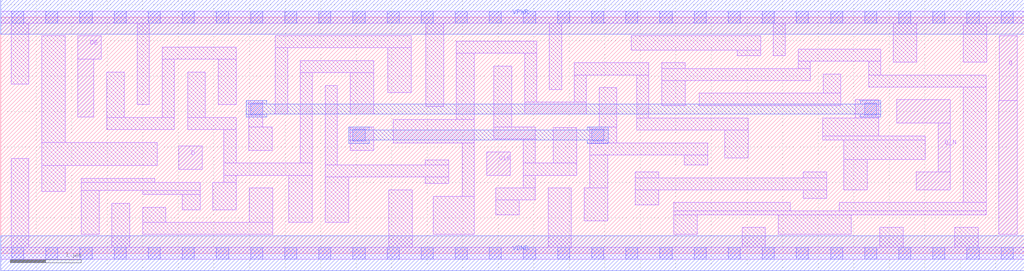
<source format=lef>
# Copyright 2020 The SkyWater PDK Authors
#
# Licensed under the Apache License, Version 2.0 (the "License");
# you may not use this file except in compliance with the License.
# You may obtain a copy of the License at
#
#     https://www.apache.org/licenses/LICENSE-2.0
#
# Unless required by applicable law or agreed to in writing, software
# distributed under the License is distributed on an "AS IS" BASIS,
# WITHOUT WARRANTIES OR CONDITIONS OF ANY KIND, either express or implied.
# See the License for the specific language governing permissions and
# limitations under the License.
#
# SPDX-License-Identifier: Apache-2.0

VERSION 5.7 ;
  NAMESCASESENSITIVE ON ;
  NOWIREEXTENSIONATPIN ON ;
  DIVIDERCHAR "/" ;
  BUSBITCHARS "[]" ;
UNITS
  DATABASE MICRONS 200 ;
END UNITS
MACRO sky130_fd_sc_lp__edfxbp_1
  CLASS CORE ;
  SOURCE USER ;
  FOREIGN sky130_fd_sc_lp__edfxbp_1 ;
  ORIGIN  0.000000  0.000000 ;
  SIZE  14.40000 BY  3.330000 ;
  SYMMETRY X Y R90 ;
  SITE unit ;
  PIN D
    ANTENNAGATEAREA  0.126000 ;
    DIRECTION INPUT ;
    USE SIGNAL ;
    PORT
      LAYER li1 ;
        RECT 2.505000 1.180000 2.835000 1.510000 ;
    END
  END D
  PIN DE
    ANTENNAGATEAREA  0.285000 ;
    DIRECTION INPUT ;
    USE SIGNAL ;
    PORT
      LAYER li1 ;
        RECT 1.085000 1.920000 1.310000 2.735000 ;
        RECT 1.085000 2.735000 1.415000 3.065000 ;
    END
  END DE
  PIN Q
    ANTENNADIFFAREA  0.571200 ;
    DIRECTION OUTPUT ;
    USE SIGNAL ;
    PORT
      LAYER li1 ;
        RECT 14.045000 0.265000 14.300000 2.150000 ;
        RECT 14.050000 2.150000 14.300000 3.065000 ;
    END
  END Q
  PIN Q_N
    ANTENNADIFFAREA  0.583800 ;
    DIRECTION OUTPUT ;
    USE SIGNAL ;
    PORT
      LAYER li1 ;
        RECT 12.605000 1.835000 13.360000 2.165000 ;
        RECT 12.880000 0.895000 13.360000 1.145000 ;
        RECT 13.190000 1.145000 13.360000 1.835000 ;
    END
  END Q_N
  PIN CLK
    ANTENNAGATEAREA  0.159000 ;
    DIRECTION INPUT ;
    USE CLOCK ;
    PORT
      LAYER li1 ;
        RECT 6.840000 1.100000 7.170000 1.430000 ;
    END
  END CLK
  PIN VGND
    DIRECTION INOUT ;
    USE GROUND ;
    PORT
      LAYER met1 ;
        RECT 0.000000 -0.245000 14.400000 0.245000 ;
    END
  END VGND
  PIN VPWR
    DIRECTION INOUT ;
    USE POWER ;
    PORT
      LAYER met1 ;
        RECT 0.000000 3.085000 14.400000 3.575000 ;
    END
  END VPWR
  OBS
    LAYER li1 ;
      RECT  0.000000 -0.085000 14.400000 0.085000 ;
      RECT  0.000000  3.245000 14.400000 3.415000 ;
      RECT  0.145000  0.085000  0.395000 1.335000 ;
      RECT  0.145000  2.385000  0.395000 3.245000 ;
      RECT  0.575000  0.875000  0.905000 1.235000 ;
      RECT  0.575000  1.235000  2.200000 1.565000 ;
      RECT  0.575000  1.565000  0.905000 3.065000 ;
      RECT  1.135000  0.265000  1.385000 0.885000 ;
      RECT  1.135000  0.885000  2.805000 1.000000 ;
      RECT  1.135000  1.000000  2.165000 1.055000 ;
      RECT  1.490000  1.745000  2.440000 1.915000 ;
      RECT  1.490000  1.915000  1.740000 2.555000 ;
      RECT  1.565000  0.085000  1.815000 0.705000 ;
      RECT  1.920000  2.095000  2.090000 3.245000 ;
      RECT  1.995000  0.265000  3.825000 0.435000 ;
      RECT  1.995000  0.435000  2.325000 0.650000 ;
      RECT  1.995000  0.830000  2.805000 0.885000 ;
      RECT  2.270000  1.915000  2.440000 2.735000 ;
      RECT  2.270000  2.735000  3.310000 2.905000 ;
      RECT  2.555000  0.615000  2.805000 0.830000 ;
      RECT  2.630000  1.745000  3.310000 1.915000 ;
      RECT  2.630000  1.915000  2.880000 2.555000 ;
      RECT  2.985000  0.615000  3.315000 1.000000 ;
      RECT  3.060000  2.095000  3.310000 2.735000 ;
      RECT  3.140000  1.000000  3.315000 1.100000 ;
      RECT  3.140000  1.100000  4.385000 1.270000 ;
      RECT  3.140000  1.270000  3.310000 1.745000 ;
      RECT  3.490000  1.450000  3.820000 1.780000 ;
      RECT  3.490000  1.780000  3.685000 2.150000 ;
      RECT  3.495000  0.435000  3.825000 0.920000 ;
      RECT  3.865000  1.960000  4.035000 2.895000 ;
      RECT  3.865000  2.895000  5.775000 3.065000 ;
      RECT  4.055000  0.435000  4.385000 1.100000 ;
      RECT  4.215000  1.270000  4.385000 2.545000 ;
      RECT  4.215000  2.545000  5.245000 2.715000 ;
      RECT  4.565000  0.435000  4.895000 1.075000 ;
      RECT  4.565000  1.075000  6.300000 1.245000 ;
      RECT  4.565000  1.245000  4.735000 2.365000 ;
      RECT  4.915000  1.450000  5.245000 1.780000 ;
      RECT  4.915000  1.960000  5.245000 2.545000 ;
      RECT  5.445000  2.265000  5.775000 2.895000 ;
      RECT  5.460000  0.085000  5.790000 0.895000 ;
      RECT  5.520000  1.555000  6.660000 1.885000 ;
      RECT  5.970000  0.985000  6.300000 1.075000 ;
      RECT  5.970000  1.245000  6.300000 1.315000 ;
      RECT  5.980000  2.065000  6.230000 3.245000 ;
      RECT  6.085000  0.265000  6.660000 0.805000 ;
      RECT  6.410000  1.885000  6.660000 2.820000 ;
      RECT  6.410000  2.820000  7.540000 2.990000 ;
      RECT  6.490000  0.805000  6.660000 1.555000 ;
      RECT  6.940000  1.610000  7.520000 1.780000 ;
      RECT  6.940000  1.780000  7.190000 2.640000 ;
      RECT  6.965000  0.540000  7.295000 0.750000 ;
      RECT  6.965000  0.750000  7.520000 0.920000 ;
      RECT  7.350000  0.920000  7.520000 1.100000 ;
      RECT  7.350000  1.100000  8.105000 1.270000 ;
      RECT  7.350000  1.270000  7.520000 1.610000 ;
      RECT  7.370000  1.960000  8.240000 2.130000 ;
      RECT  7.370000  2.130000  7.540000 2.820000 ;
      RECT  7.700000  0.085000  8.030000 0.920000 ;
      RECT  7.720000  2.310000  7.890000 3.245000 ;
      RECT  7.775000  1.270000  8.105000 1.770000 ;
      RECT  8.070000  2.130000  8.240000 2.515000 ;
      RECT  8.070000  2.515000  9.120000 2.685000 ;
      RECT  8.210000  0.460000  8.540000 0.920000 ;
      RECT  8.285000  0.920000  8.540000 1.385000 ;
      RECT  8.285000  1.385000  9.950000 1.555000 ;
      RECT  8.285000  1.555000  8.670000 1.780000 ;
      RECT  8.420000  1.780000  8.670000 2.335000 ;
      RECT  8.870000  2.865000 10.690000 3.065000 ;
      RECT  8.925000  0.685000  9.255000 0.895000 ;
      RECT  8.925000  0.895000 11.620000 1.065000 ;
      RECT  8.925000  1.065000  9.255000 1.145000 ;
      RECT  8.950000  1.735000 10.520000 1.905000 ;
      RECT  8.950000  1.905000  9.120000 2.515000 ;
      RECT  9.300000  2.085000  9.630000 2.435000 ;
      RECT  9.300000  2.435000 11.390000 2.605000 ;
      RECT  9.300000  2.605000  9.630000 2.685000 ;
      RECT  9.470000  0.265000  9.800000 0.545000 ;
      RECT  9.470000  0.545000 13.865000 0.595000 ;
      RECT  9.470000  0.595000 11.110000 0.715000 ;
      RECT  9.620000  1.245000  9.950000 1.385000 ;
      RECT  9.830000  2.085000 11.820000 2.255000 ;
      RECT 10.190000  1.345000 10.520000 1.735000 ;
      RECT 10.360000  2.785000 10.690000 2.865000 ;
      RECT 10.430000  0.085000 10.760000 0.365000 ;
      RECT 10.870000  2.785000 11.040000 3.245000 ;
      RECT 10.940000  0.265000 11.970000 0.545000 ;
      RECT 11.220000  2.605000 11.390000 2.705000 ;
      RECT 11.220000  2.705000 12.380000 2.875000 ;
      RECT 11.290000  0.775000 11.620000 0.895000 ;
      RECT 11.290000  1.065000 11.620000 1.145000 ;
      RECT 11.565000  1.595000 13.010000 1.655000 ;
      RECT 11.565000  1.655000 12.355000 1.905000 ;
      RECT 11.570000  2.255000 11.820000 2.525000 ;
      RECT 11.800000  0.595000 13.865000 0.715000 ;
      RECT 11.860000  0.895000 12.190000 1.325000 ;
      RECT 11.860000  1.325000 13.010000 1.595000 ;
      RECT 12.020000  1.905000 12.355000 2.165000 ;
      RECT 12.210000  2.345000 13.865000 2.515000 ;
      RECT 12.210000  2.515000 12.380000 2.705000 ;
      RECT 12.370000  0.085000 12.700000 0.365000 ;
      RECT 12.560000  2.695000 12.890000 3.245000 ;
      RECT 13.420000  0.085000 13.750000 0.365000 ;
      RECT 13.540000  0.715000 13.865000 2.345000 ;
      RECT 13.540000  2.695000 13.870000 3.245000 ;
    LAYER mcon ;
      RECT  0.155000 -0.085000  0.325000 0.085000 ;
      RECT  0.155000  3.245000  0.325000 3.415000 ;
      RECT  0.635000 -0.085000  0.805000 0.085000 ;
      RECT  0.635000  3.245000  0.805000 3.415000 ;
      RECT  1.115000 -0.085000  1.285000 0.085000 ;
      RECT  1.115000  3.245000  1.285000 3.415000 ;
      RECT  1.595000 -0.085000  1.765000 0.085000 ;
      RECT  1.595000  3.245000  1.765000 3.415000 ;
      RECT  2.075000 -0.085000  2.245000 0.085000 ;
      RECT  2.075000  3.245000  2.245000 3.415000 ;
      RECT  2.555000 -0.085000  2.725000 0.085000 ;
      RECT  2.555000  3.245000  2.725000 3.415000 ;
      RECT  3.035000 -0.085000  3.205000 0.085000 ;
      RECT  3.035000  3.245000  3.205000 3.415000 ;
      RECT  3.515000 -0.085000  3.685000 0.085000 ;
      RECT  3.515000  1.950000  3.685000 2.120000 ;
      RECT  3.515000  3.245000  3.685000 3.415000 ;
      RECT  3.995000 -0.085000  4.165000 0.085000 ;
      RECT  3.995000  3.245000  4.165000 3.415000 ;
      RECT  4.475000 -0.085000  4.645000 0.085000 ;
      RECT  4.475000  3.245000  4.645000 3.415000 ;
      RECT  4.955000 -0.085000  5.125000 0.085000 ;
      RECT  4.955000  1.580000  5.125000 1.750000 ;
      RECT  4.955000  3.245000  5.125000 3.415000 ;
      RECT  5.435000 -0.085000  5.605000 0.085000 ;
      RECT  5.435000  3.245000  5.605000 3.415000 ;
      RECT  5.915000 -0.085000  6.085000 0.085000 ;
      RECT  5.915000  3.245000  6.085000 3.415000 ;
      RECT  6.395000 -0.085000  6.565000 0.085000 ;
      RECT  6.395000  3.245000  6.565000 3.415000 ;
      RECT  6.875000 -0.085000  7.045000 0.085000 ;
      RECT  6.875000  3.245000  7.045000 3.415000 ;
      RECT  7.355000 -0.085000  7.525000 0.085000 ;
      RECT  7.355000  3.245000  7.525000 3.415000 ;
      RECT  7.835000 -0.085000  8.005000 0.085000 ;
      RECT  7.835000  3.245000  8.005000 3.415000 ;
      RECT  8.315000 -0.085000  8.485000 0.085000 ;
      RECT  8.315000  1.580000  8.485000 1.750000 ;
      RECT  8.315000  3.245000  8.485000 3.415000 ;
      RECT  8.795000 -0.085000  8.965000 0.085000 ;
      RECT  8.795000  3.245000  8.965000 3.415000 ;
      RECT  9.275000 -0.085000  9.445000 0.085000 ;
      RECT  9.275000  3.245000  9.445000 3.415000 ;
      RECT  9.755000 -0.085000  9.925000 0.085000 ;
      RECT  9.755000  3.245000  9.925000 3.415000 ;
      RECT 10.235000 -0.085000 10.405000 0.085000 ;
      RECT 10.235000  3.245000 10.405000 3.415000 ;
      RECT 10.715000 -0.085000 10.885000 0.085000 ;
      RECT 10.715000  3.245000 10.885000 3.415000 ;
      RECT 11.195000 -0.085000 11.365000 0.085000 ;
      RECT 11.195000  3.245000 11.365000 3.415000 ;
      RECT 11.675000 -0.085000 11.845000 0.085000 ;
      RECT 11.675000  3.245000 11.845000 3.415000 ;
      RECT 12.155000 -0.085000 12.325000 0.085000 ;
      RECT 12.155000  1.950000 12.325000 2.120000 ;
      RECT 12.155000  3.245000 12.325000 3.415000 ;
      RECT 12.635000 -0.085000 12.805000 0.085000 ;
      RECT 12.635000  3.245000 12.805000 3.415000 ;
      RECT 13.115000 -0.085000 13.285000 0.085000 ;
      RECT 13.115000  3.245000 13.285000 3.415000 ;
      RECT 13.595000 -0.085000 13.765000 0.085000 ;
      RECT 13.595000  3.245000 13.765000 3.415000 ;
      RECT 14.075000 -0.085000 14.245000 0.085000 ;
      RECT 14.075000  3.245000 14.245000 3.415000 ;
    LAYER met1 ;
      RECT  3.455000 1.920000  3.745000 1.965000 ;
      RECT  3.455000 1.965000 12.385000 2.105000 ;
      RECT  3.455000 2.105000  3.745000 2.150000 ;
      RECT  4.895000 1.550000  5.185000 1.595000 ;
      RECT  4.895000 1.595000  8.545000 1.735000 ;
      RECT  4.895000 1.735000  5.185000 1.780000 ;
      RECT  8.255000 1.550000  8.545000 1.595000 ;
      RECT  8.255000 1.735000  8.545000 1.780000 ;
      RECT 12.095000 1.920000 12.385000 1.965000 ;
      RECT 12.095000 2.105000 12.385000 2.150000 ;
  END
END sky130_fd_sc_lp__edfxbp_1

</source>
